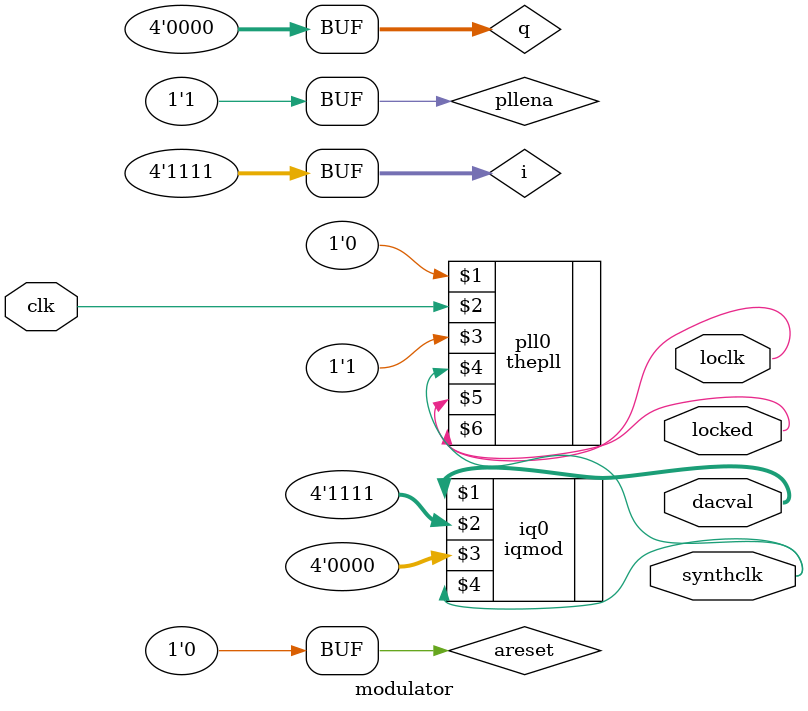
<source format=v>
module modulator (
	dacval, // out: the value written to the dac
	loclk,  // out: local osc for mixer
	synthclk, // out: clk to the dac
	locked, //out
	clk    // in
);

output [9:0] dacval;
output synthclk;
output loclk;
output locked;

input		 clk;

reg [3:0]   i;
reg [3:0]   q;

reg					pllena;
reg      		areset;

iqmod iq0(dacval,i,q,synthclk);
thepll pll0(areset,clk,pllena,synthclk,loclk,locked);

initial begin
	i=15;
	q=0;

	pllena=1;
	areset=0;
end

endmodule


</source>
